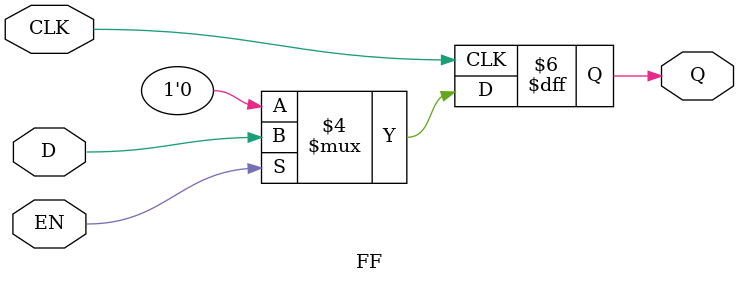
<source format=v>

/* flip flop tipo D de n bits disparado por flanco
   creciente de clk con entrada de habilitacion enb.
   */
module FF #(parameter BITS = 1)(
    input CLK,
    input EN,
    input [BITS-1:0] D,
    output reg [BITS-1:0] Q);

/* en cada flanco creciente se actualiza la salida
   q con el valor en d si la enb esta habilitado.
   */
always @(posedge CLK) begin
    if (EN == 1'b1) begin
        Q <= D;
    end else begin
        Q <= 0;
    end
end

endmodule
</source>
